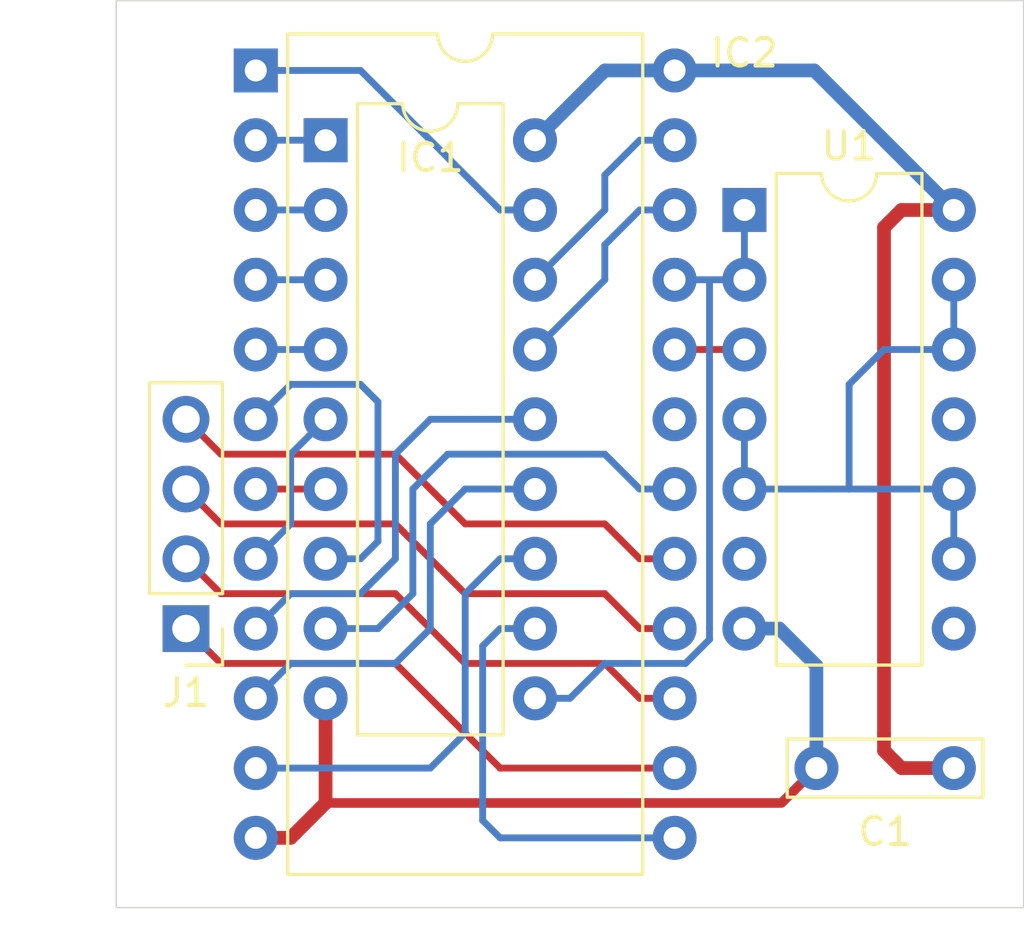
<source format=kicad_pcb>
(kicad_pcb (version 20171130) (host pcbnew "(5.1.4)-1")

  (general
    (thickness 1.6)
    (drawings 4)
    (tracks 113)
    (zones 0)
    (modules 5)
    (nets 29)
  )

  (page A4)
  (layers
    (0 F.Cu signal)
    (31 B.Cu signal)
    (32 B.Adhes user)
    (33 F.Adhes user)
    (34 B.Paste user)
    (35 F.Paste user)
    (36 B.SilkS user)
    (37 F.SilkS user)
    (38 B.Mask user)
    (39 F.Mask user)
    (40 Dwgs.User user)
    (41 Cmts.User user)
    (42 Eco1.User user)
    (43 Eco2.User user)
    (44 Edge.Cuts user)
    (45 Margin user)
    (46 B.CrtYd user)
    (47 F.CrtYd user)
    (48 B.Fab user)
    (49 F.Fab user)
  )

  (setup
    (last_trace_width 0.25)
    (trace_clearance 0.2)
    (zone_clearance 0.508)
    (zone_45_only no)
    (trace_min 0.2)
    (via_size 0.8)
    (via_drill 0.4)
    (via_min_size 0.4)
    (via_min_drill 0.3)
    (uvia_size 0.3)
    (uvia_drill 0.1)
    (uvias_allowed no)
    (uvia_min_size 0.2)
    (uvia_min_drill 0.1)
    (edge_width 0.05)
    (segment_width 0.2)
    (pcb_text_width 0.3)
    (pcb_text_size 1.5 1.5)
    (mod_edge_width 0.12)
    (mod_text_size 1 1)
    (mod_text_width 0.15)
    (pad_size 1.524 1.524)
    (pad_drill 0.762)
    (pad_to_mask_clearance 0.051)
    (solder_mask_min_width 0.25)
    (aux_axis_origin 0 0)
    (visible_elements FFFFFF7F)
    (pcbplotparams
      (layerselection 0x010fc_ffffffff)
      (usegerberextensions false)
      (usegerberattributes false)
      (usegerberadvancedattributes false)
      (creategerberjobfile false)
      (excludeedgelayer true)
      (linewidth 0.100000)
      (plotframeref false)
      (viasonmask false)
      (mode 1)
      (useauxorigin false)
      (hpglpennumber 1)
      (hpglpenspeed 20)
      (hpglpendiameter 15.000000)
      (psnegative false)
      (psa4output false)
      (plotreference true)
      (plotvalue true)
      (plotinvisibletext false)
      (padsonsilk false)
      (subtractmaskfromsilk false)
      (outputformat 1)
      (mirror false)
      (drillshape 1)
      (scaleselection 1)
      (outputdirectory ""))
  )

  (net 0 "")
  (net 1 GND)
  (net 2 VCC)
  (net 3 "Net-(IC1-Pad17)")
  (net 4 "Net-(IC1-Pad8)")
  (net 5 "Net-(IC1-Pad16)")
  (net 6 "Net-(IC1-Pad7)")
  (net 7 "Net-(IC1-Pad15)")
  (net 8 "Net-(IC1-Pad6)")
  (net 9 "Net-(IC1-Pad14)")
  (net 10 "Net-(IC1-Pad5)")
  (net 11 "Net-(IC1-Pad13)")
  (net 12 "Net-(IC1-Pad4)")
  (net 13 "Net-(IC1-Pad12)")
  (net 14 "Net-(IC1-Pad3)")
  (net 15 "Net-(IC1-Pad11)")
  (net 16 "Net-(IC1-Pad2)")
  (net 17 "Net-(IC1-Pad10)")
  (net 18 "Net-(IC1-Pad1)")
  (net 19 "Net-(IC2-Pad20)")
  (net 20 "Net-(IC2-Pad19)")
  (net 21 "Net-(IC2-Pad17)")
  (net 22 "Net-(IC2-Pad16)")
  (net 23 "Net-(IC2-Pad15)")
  (net 24 "Net-(IC2-Pad14)")
  (net 25 "Net-(U1-Pad10)")
  (net 26 "Net-(U1-Pad6)")
  (net 27 "Net-(U1-Pad11)")
  (net 28 "Net-(U1-Pad8)")

  (net_class Default "Ceci est la Netclass par défaut."
    (clearance 0.2)
    (trace_width 0.25)
    (via_dia 0.8)
    (via_drill 0.4)
    (uvia_dia 0.3)
    (uvia_drill 0.1)
    (add_net GND)
    (add_net "Net-(IC1-Pad1)")
    (add_net "Net-(IC1-Pad10)")
    (add_net "Net-(IC1-Pad11)")
    (add_net "Net-(IC1-Pad12)")
    (add_net "Net-(IC1-Pad13)")
    (add_net "Net-(IC1-Pad14)")
    (add_net "Net-(IC1-Pad15)")
    (add_net "Net-(IC1-Pad16)")
    (add_net "Net-(IC1-Pad17)")
    (add_net "Net-(IC1-Pad2)")
    (add_net "Net-(IC1-Pad3)")
    (add_net "Net-(IC1-Pad4)")
    (add_net "Net-(IC1-Pad5)")
    (add_net "Net-(IC1-Pad6)")
    (add_net "Net-(IC1-Pad7)")
    (add_net "Net-(IC1-Pad8)")
    (add_net "Net-(IC2-Pad14)")
    (add_net "Net-(IC2-Pad15)")
    (add_net "Net-(IC2-Pad16)")
    (add_net "Net-(IC2-Pad17)")
    (add_net "Net-(IC2-Pad19)")
    (add_net "Net-(IC2-Pad20)")
    (add_net "Net-(U1-Pad10)")
    (add_net "Net-(U1-Pad11)")
    (add_net "Net-(U1-Pad6)")
    (add_net "Net-(U1-Pad8)")
    (add_net VCC)
  )

  (module Housings_DIP:DIP-24_W15.24mm (layer F.Cu) (tedit 59C78D6C) (tstamp 5F842737)
    (at 99.06 54.61)
    (descr "24-lead though-hole mounted DIP package, row spacing 15.24 mm (600 mils)")
    (tags "THT DIP DIL PDIP 2.54mm 15.24mm 600mil")
    (path /5F96500F)
    (fp_text reference IC2 (at 17.78 -0.635) (layer F.SilkS)
      (effects (font (size 1 1) (thickness 0.15)))
    )
    (fp_text value 6116 (at 7.62 30.27) (layer F.Fab)
      (effects (font (size 1 1) (thickness 0.15)))
    )
    (fp_text user %R (at 7.62 13.97) (layer F.Fab)
      (effects (font (size 1 1) (thickness 0.15)))
    )
    (fp_line (start 16.3 -1.55) (end -1.05 -1.55) (layer F.CrtYd) (width 0.05))
    (fp_line (start 16.3 29.5) (end 16.3 -1.55) (layer F.CrtYd) (width 0.05))
    (fp_line (start -1.05 29.5) (end 16.3 29.5) (layer F.CrtYd) (width 0.05))
    (fp_line (start -1.05 -1.55) (end -1.05 29.5) (layer F.CrtYd) (width 0.05))
    (fp_line (start 14.08 -1.33) (end 8.62 -1.33) (layer F.SilkS) (width 0.12))
    (fp_line (start 14.08 29.27) (end 14.08 -1.33) (layer F.SilkS) (width 0.12))
    (fp_line (start 1.16 29.27) (end 14.08 29.27) (layer F.SilkS) (width 0.12))
    (fp_line (start 1.16 -1.33) (end 1.16 29.27) (layer F.SilkS) (width 0.12))
    (fp_line (start 6.62 -1.33) (end 1.16 -1.33) (layer F.SilkS) (width 0.12))
    (fp_line (start 0.255 -0.27) (end 1.255 -1.27) (layer F.Fab) (width 0.1))
    (fp_line (start 0.255 29.21) (end 0.255 -0.27) (layer F.Fab) (width 0.1))
    (fp_line (start 14.985 29.21) (end 0.255 29.21) (layer F.Fab) (width 0.1))
    (fp_line (start 14.985 -1.27) (end 14.985 29.21) (layer F.Fab) (width 0.1))
    (fp_line (start 1.255 -1.27) (end 14.985 -1.27) (layer F.Fab) (width 0.1))
    (fp_arc (start 7.62 -1.33) (end 6.62 -1.33) (angle -180) (layer F.SilkS) (width 0.12))
    (pad 24 thru_hole oval (at 15.24 0) (size 1.6 1.6) (drill 0.8) (layers *.Cu *.Mask)
      (net 2 VCC))
    (pad 12 thru_hole oval (at 0 27.94) (size 1.6 1.6) (drill 0.8) (layers *.Cu *.Mask)
      (net 1 GND))
    (pad 23 thru_hole oval (at 15.24 2.54) (size 1.6 1.6) (drill 0.8) (layers *.Cu *.Mask)
      (net 5 "Net-(IC1-Pad16)"))
    (pad 11 thru_hole oval (at 0 25.4) (size 1.6 1.6) (drill 0.8) (layers *.Cu *.Mask)
      (net 13 "Net-(IC1-Pad12)"))
    (pad 22 thru_hole oval (at 15.24 5.08) (size 1.6 1.6) (drill 0.8) (layers *.Cu *.Mask)
      (net 7 "Net-(IC1-Pad15)"))
    (pad 10 thru_hole oval (at 0 22.86) (size 1.6 1.6) (drill 0.8) (layers *.Cu *.Mask)
      (net 11 "Net-(IC1-Pad13)"))
    (pad 21 thru_hole oval (at 15.24 7.62) (size 1.6 1.6) (drill 0.8) (layers *.Cu *.Mask)
      (net 17 "Net-(IC1-Pad10)"))
    (pad 9 thru_hole oval (at 0 20.32) (size 1.6 1.6) (drill 0.8) (layers *.Cu *.Mask)
      (net 9 "Net-(IC1-Pad14)"))
    (pad 20 thru_hole oval (at 15.24 10.16) (size 1.6 1.6) (drill 0.8) (layers *.Cu *.Mask)
      (net 19 "Net-(IC2-Pad20)"))
    (pad 8 thru_hole oval (at 0 17.78) (size 1.6 1.6) (drill 0.8) (layers *.Cu *.Mask)
      (net 10 "Net-(IC1-Pad5)"))
    (pad 19 thru_hole oval (at 15.24 12.7) (size 1.6 1.6) (drill 0.8) (layers *.Cu *.Mask)
      (net 20 "Net-(IC2-Pad19)"))
    (pad 7 thru_hole oval (at 0 15.24) (size 1.6 1.6) (drill 0.8) (layers *.Cu *.Mask)
      (net 8 "Net-(IC1-Pad6)"))
    (pad 18 thru_hole oval (at 15.24 15.24) (size 1.6 1.6) (drill 0.8) (layers *.Cu *.Mask)
      (net 4 "Net-(IC1-Pad8)"))
    (pad 6 thru_hole oval (at 0 12.7) (size 1.6 1.6) (drill 0.8) (layers *.Cu *.Mask)
      (net 6 "Net-(IC1-Pad7)"))
    (pad 17 thru_hole oval (at 15.24 17.78) (size 1.6 1.6) (drill 0.8) (layers *.Cu *.Mask)
      (net 21 "Net-(IC2-Pad17)"))
    (pad 5 thru_hole oval (at 0 10.16) (size 1.6 1.6) (drill 0.8) (layers *.Cu *.Mask)
      (net 12 "Net-(IC1-Pad4)"))
    (pad 16 thru_hole oval (at 15.24 20.32) (size 1.6 1.6) (drill 0.8) (layers *.Cu *.Mask)
      (net 22 "Net-(IC2-Pad16)"))
    (pad 4 thru_hole oval (at 0 7.62) (size 1.6 1.6) (drill 0.8) (layers *.Cu *.Mask)
      (net 14 "Net-(IC1-Pad3)"))
    (pad 15 thru_hole oval (at 15.24 22.86) (size 1.6 1.6) (drill 0.8) (layers *.Cu *.Mask)
      (net 23 "Net-(IC2-Pad15)"))
    (pad 3 thru_hole oval (at 0 5.08) (size 1.6 1.6) (drill 0.8) (layers *.Cu *.Mask)
      (net 16 "Net-(IC1-Pad2)"))
    (pad 14 thru_hole oval (at 15.24 25.4) (size 1.6 1.6) (drill 0.8) (layers *.Cu *.Mask)
      (net 24 "Net-(IC2-Pad14)"))
    (pad 2 thru_hole oval (at 0 2.54) (size 1.6 1.6) (drill 0.8) (layers *.Cu *.Mask)
      (net 18 "Net-(IC1-Pad1)"))
    (pad 13 thru_hole oval (at 15.24 27.94) (size 1.6 1.6) (drill 0.8) (layers *.Cu *.Mask)
      (net 15 "Net-(IC1-Pad11)"))
    (pad 1 thru_hole rect (at 0 0) (size 1.6 1.6) (drill 0.8) (layers *.Cu *.Mask)
      (net 3 "Net-(IC1-Pad17)"))
    (model ${KISYS3DMOD}/Housings_DIP.3dshapes/DIP-24_W15.24mm.wrl
      (at (xyz 0 0 0))
      (scale (xyz 1 1 1))
      (rotate (xyz 0 0 0))
    )
  )

  (module Capacitors_THT:C_Rect_L7.0mm_W2.0mm_P5.00mm (layer F.Cu) (tedit 597BC7C2) (tstamp 5F8423E5)
    (at 124.46 80.01 180)
    (descr "C, Rect series, Radial, pin pitch=5.00mm, , length*width=7*2mm^2, Capacitor")
    (tags "C Rect series Radial pin pitch 5.00mm  length 7mm width 2mm Capacitor")
    (path /5F98A069)
    (fp_text reference C1 (at 2.5 -2.31) (layer F.SilkS)
      (effects (font (size 1 1) (thickness 0.15)))
    )
    (fp_text value 100nf (at 2.5 2.31) (layer F.Fab)
      (effects (font (size 1 1) (thickness 0.15)))
    )
    (fp_text user %R (at 2.5 0) (layer F.Fab)
      (effects (font (size 1 1) (thickness 0.15)))
    )
    (fp_line (start 6.35 -1.35) (end -1.35 -1.35) (layer F.CrtYd) (width 0.05))
    (fp_line (start 6.35 1.35) (end 6.35 -1.35) (layer F.CrtYd) (width 0.05))
    (fp_line (start -1.35 1.35) (end 6.35 1.35) (layer F.CrtYd) (width 0.05))
    (fp_line (start -1.35 -1.35) (end -1.35 1.35) (layer F.CrtYd) (width 0.05))
    (fp_line (start 6.06 -1.06) (end 6.06 1.06) (layer F.SilkS) (width 0.12))
    (fp_line (start -1.06 -1.06) (end -1.06 1.06) (layer F.SilkS) (width 0.12))
    (fp_line (start -1.06 1.06) (end 6.06 1.06) (layer F.SilkS) (width 0.12))
    (fp_line (start -1.06 -1.06) (end 6.06 -1.06) (layer F.SilkS) (width 0.12))
    (fp_line (start 6 -1) (end -1 -1) (layer F.Fab) (width 0.1))
    (fp_line (start 6 1) (end 6 -1) (layer F.Fab) (width 0.1))
    (fp_line (start -1 1) (end 6 1) (layer F.Fab) (width 0.1))
    (fp_line (start -1 -1) (end -1 1) (layer F.Fab) (width 0.1))
    (pad 2 thru_hole circle (at 5 0 180) (size 1.6 1.6) (drill 0.8) (layers *.Cu *.Mask)
      (net 1 GND))
    (pad 1 thru_hole circle (at 0 0 180) (size 1.6 1.6) (drill 0.8) (layers *.Cu *.Mask)
      (net 2 VCC))
    (model ${KISYS3DMOD}/Capacitors_THT.3dshapes/C_Rect_L7.0mm_W2.0mm_P5.00mm.wrl
      (at (xyz 0 0 0))
      (scale (xyz 1 1 1))
      (rotate (xyz 0 0 0))
    )
  )

  (module Pin_Headers:Pin_Header_Straight_1x04_Pitch2.54mm (layer F.Cu) (tedit 59650532) (tstamp 5F84244F)
    (at 96.52 74.93 180)
    (descr "Through hole straight pin header, 1x04, 2.54mm pitch, single row")
    (tags "Through hole pin header THT 1x04 2.54mm single row")
    (path /5F975DE1)
    (fp_text reference J1 (at 0 -2.33) (layer F.SilkS)
      (effects (font (size 1 1) (thickness 0.15)))
    )
    (fp_text value Conn_01x04_Male (at 0 9.95) (layer F.Fab)
      (effects (font (size 1 1) (thickness 0.15)))
    )
    (fp_text user %R (at 0 3.81 90) (layer F.Fab)
      (effects (font (size 1 1) (thickness 0.15)))
    )
    (fp_line (start 1.8 -1.8) (end -1.8 -1.8) (layer F.CrtYd) (width 0.05))
    (fp_line (start 1.8 9.4) (end 1.8 -1.8) (layer F.CrtYd) (width 0.05))
    (fp_line (start -1.8 9.4) (end 1.8 9.4) (layer F.CrtYd) (width 0.05))
    (fp_line (start -1.8 -1.8) (end -1.8 9.4) (layer F.CrtYd) (width 0.05))
    (fp_line (start -1.33 -1.33) (end 0 -1.33) (layer F.SilkS) (width 0.12))
    (fp_line (start -1.33 0) (end -1.33 -1.33) (layer F.SilkS) (width 0.12))
    (fp_line (start -1.33 1.27) (end 1.33 1.27) (layer F.SilkS) (width 0.12))
    (fp_line (start 1.33 1.27) (end 1.33 8.95) (layer F.SilkS) (width 0.12))
    (fp_line (start -1.33 1.27) (end -1.33 8.95) (layer F.SilkS) (width 0.12))
    (fp_line (start -1.33 8.95) (end 1.33 8.95) (layer F.SilkS) (width 0.12))
    (fp_line (start -1.27 -0.635) (end -0.635 -1.27) (layer F.Fab) (width 0.1))
    (fp_line (start -1.27 8.89) (end -1.27 -0.635) (layer F.Fab) (width 0.1))
    (fp_line (start 1.27 8.89) (end -1.27 8.89) (layer F.Fab) (width 0.1))
    (fp_line (start 1.27 -1.27) (end 1.27 8.89) (layer F.Fab) (width 0.1))
    (fp_line (start -0.635 -1.27) (end 1.27 -1.27) (layer F.Fab) (width 0.1))
    (pad 4 thru_hole oval (at 0 7.62 180) (size 1.7 1.7) (drill 1) (layers *.Cu *.Mask)
      (net 21 "Net-(IC2-Pad17)"))
    (pad 3 thru_hole oval (at 0 5.08 180) (size 1.7 1.7) (drill 1) (layers *.Cu *.Mask)
      (net 22 "Net-(IC2-Pad16)"))
    (pad 2 thru_hole oval (at 0 2.54 180) (size 1.7 1.7) (drill 1) (layers *.Cu *.Mask)
      (net 23 "Net-(IC2-Pad15)"))
    (pad 1 thru_hole rect (at 0 0 180) (size 1.7 1.7) (drill 1) (layers *.Cu *.Mask)
      (net 24 "Net-(IC2-Pad14)"))
    (model ${KISYS3DMOD}/Pin_Headers.3dshapes/Pin_Header_Straight_1x04_Pitch2.54mm.wrl
      (at (xyz 0 0 0))
      (scale (xyz 1 1 1))
      (rotate (xyz 0 0 0))
    )
  )

  (module Housings_DIP:DIP-18_W7.62mm (layer F.Cu) (tedit 59C78D6B) (tstamp 5F842712)
    (at 101.6 57.15)
    (descr "18-lead though-hole mounted DIP package, row spacing 7.62 mm (300 mils)")
    (tags "THT DIP DIL PDIP 2.54mm 7.62mm 300mil")
    (path /5F961FCD)
    (fp_text reference IC1 (at 3.81 0.635) (layer F.SilkS)
      (effects (font (size 1 1) (thickness 0.15)))
    )
    (fp_text value 2114 (at 3.81 22.65) (layer F.Fab)
      (effects (font (size 1 1) (thickness 0.15)))
    )
    (fp_text user %R (at 3.81 10.16) (layer F.Fab)
      (effects (font (size 1 1) (thickness 0.15)))
    )
    (fp_line (start 8.7 -1.55) (end -1.1 -1.55) (layer F.CrtYd) (width 0.05))
    (fp_line (start 8.7 21.85) (end 8.7 -1.55) (layer F.CrtYd) (width 0.05))
    (fp_line (start -1.1 21.85) (end 8.7 21.85) (layer F.CrtYd) (width 0.05))
    (fp_line (start -1.1 -1.55) (end -1.1 21.85) (layer F.CrtYd) (width 0.05))
    (fp_line (start 6.46 -1.33) (end 4.81 -1.33) (layer F.SilkS) (width 0.12))
    (fp_line (start 6.46 21.65) (end 6.46 -1.33) (layer F.SilkS) (width 0.12))
    (fp_line (start 1.16 21.65) (end 6.46 21.65) (layer F.SilkS) (width 0.12))
    (fp_line (start 1.16 -1.33) (end 1.16 21.65) (layer F.SilkS) (width 0.12))
    (fp_line (start 2.81 -1.33) (end 1.16 -1.33) (layer F.SilkS) (width 0.12))
    (fp_line (start 0.635 -0.27) (end 1.635 -1.27) (layer F.Fab) (width 0.1))
    (fp_line (start 0.635 21.59) (end 0.635 -0.27) (layer F.Fab) (width 0.1))
    (fp_line (start 6.985 21.59) (end 0.635 21.59) (layer F.Fab) (width 0.1))
    (fp_line (start 6.985 -1.27) (end 6.985 21.59) (layer F.Fab) (width 0.1))
    (fp_line (start 1.635 -1.27) (end 6.985 -1.27) (layer F.Fab) (width 0.1))
    (fp_arc (start 3.81 -1.33) (end 2.81 -1.33) (angle -180) (layer F.SilkS) (width 0.12))
    (pad 18 thru_hole oval (at 7.62 0) (size 1.6 1.6) (drill 0.8) (layers *.Cu *.Mask)
      (net 2 VCC))
    (pad 9 thru_hole oval (at 0 20.32) (size 1.6 1.6) (drill 0.8) (layers *.Cu *.Mask)
      (net 1 GND))
    (pad 17 thru_hole oval (at 7.62 2.54) (size 1.6 1.6) (drill 0.8) (layers *.Cu *.Mask)
      (net 3 "Net-(IC1-Pad17)"))
    (pad 8 thru_hole oval (at 0 17.78) (size 1.6 1.6) (drill 0.8) (layers *.Cu *.Mask)
      (net 4 "Net-(IC1-Pad8)"))
    (pad 16 thru_hole oval (at 7.62 5.08) (size 1.6 1.6) (drill 0.8) (layers *.Cu *.Mask)
      (net 5 "Net-(IC1-Pad16)"))
    (pad 7 thru_hole oval (at 0 15.24) (size 1.6 1.6) (drill 0.8) (layers *.Cu *.Mask)
      (net 6 "Net-(IC1-Pad7)"))
    (pad 15 thru_hole oval (at 7.62 7.62) (size 1.6 1.6) (drill 0.8) (layers *.Cu *.Mask)
      (net 7 "Net-(IC1-Pad15)"))
    (pad 6 thru_hole oval (at 0 12.7) (size 1.6 1.6) (drill 0.8) (layers *.Cu *.Mask)
      (net 8 "Net-(IC1-Pad6)"))
    (pad 14 thru_hole oval (at 7.62 10.16) (size 1.6 1.6) (drill 0.8) (layers *.Cu *.Mask)
      (net 9 "Net-(IC1-Pad14)"))
    (pad 5 thru_hole oval (at 0 10.16) (size 1.6 1.6) (drill 0.8) (layers *.Cu *.Mask)
      (net 10 "Net-(IC1-Pad5)"))
    (pad 13 thru_hole oval (at 7.62 12.7) (size 1.6 1.6) (drill 0.8) (layers *.Cu *.Mask)
      (net 11 "Net-(IC1-Pad13)"))
    (pad 4 thru_hole oval (at 0 7.62) (size 1.6 1.6) (drill 0.8) (layers *.Cu *.Mask)
      (net 12 "Net-(IC1-Pad4)"))
    (pad 12 thru_hole oval (at 7.62 15.24) (size 1.6 1.6) (drill 0.8) (layers *.Cu *.Mask)
      (net 13 "Net-(IC1-Pad12)"))
    (pad 3 thru_hole oval (at 0 5.08) (size 1.6 1.6) (drill 0.8) (layers *.Cu *.Mask)
      (net 14 "Net-(IC1-Pad3)"))
    (pad 11 thru_hole oval (at 7.62 17.78) (size 1.6 1.6) (drill 0.8) (layers *.Cu *.Mask)
      (net 15 "Net-(IC1-Pad11)"))
    (pad 2 thru_hole oval (at 0 2.54) (size 1.6 1.6) (drill 0.8) (layers *.Cu *.Mask)
      (net 16 "Net-(IC1-Pad2)"))
    (pad 10 thru_hole oval (at 7.62 20.32) (size 1.6 1.6) (drill 0.8) (layers *.Cu *.Mask)
      (net 17 "Net-(IC1-Pad10)"))
    (pad 1 thru_hole rect (at 0 0) (size 1.6 1.6) (drill 0.8) (layers *.Cu *.Mask)
      (net 18 "Net-(IC1-Pad1)"))
    (model ${KISYS3DMOD}/Housings_DIP.3dshapes/DIP-18_W7.62mm.wrl
      (at (xyz 0 0 0))
      (scale (xyz 1 1 1))
      (rotate (xyz 0 0 0))
    )
  )

  (module Housings_DIP:DIP-14_W7.62mm (layer F.Cu) (tedit 59C78D6B) (tstamp 5F842762)
    (at 116.84 59.69)
    (descr "14-lead though-hole mounted DIP package, row spacing 7.62 mm (300 mils)")
    (tags "THT DIP DIL PDIP 2.54mm 7.62mm 300mil")
    (path /5F96FFEA)
    (fp_text reference U1 (at 3.81 -2.33) (layer F.SilkS)
      (effects (font (size 1 1) (thickness 0.15)))
    )
    (fp_text value 74LS00 (at 3.81 17.57) (layer F.Fab)
      (effects (font (size 1 1) (thickness 0.15)))
    )
    (fp_text user %R (at 3.81 7.62) (layer F.Fab)
      (effects (font (size 1 1) (thickness 0.15)))
    )
    (fp_line (start 8.7 -1.55) (end -1.1 -1.55) (layer F.CrtYd) (width 0.05))
    (fp_line (start 8.7 16.8) (end 8.7 -1.55) (layer F.CrtYd) (width 0.05))
    (fp_line (start -1.1 16.8) (end 8.7 16.8) (layer F.CrtYd) (width 0.05))
    (fp_line (start -1.1 -1.55) (end -1.1 16.8) (layer F.CrtYd) (width 0.05))
    (fp_line (start 6.46 -1.33) (end 4.81 -1.33) (layer F.SilkS) (width 0.12))
    (fp_line (start 6.46 16.57) (end 6.46 -1.33) (layer F.SilkS) (width 0.12))
    (fp_line (start 1.16 16.57) (end 6.46 16.57) (layer F.SilkS) (width 0.12))
    (fp_line (start 1.16 -1.33) (end 1.16 16.57) (layer F.SilkS) (width 0.12))
    (fp_line (start 2.81 -1.33) (end 1.16 -1.33) (layer F.SilkS) (width 0.12))
    (fp_line (start 0.635 -0.27) (end 1.635 -1.27) (layer F.Fab) (width 0.1))
    (fp_line (start 0.635 16.51) (end 0.635 -0.27) (layer F.Fab) (width 0.1))
    (fp_line (start 6.985 16.51) (end 0.635 16.51) (layer F.Fab) (width 0.1))
    (fp_line (start 6.985 -1.27) (end 6.985 16.51) (layer F.Fab) (width 0.1))
    (fp_line (start 1.635 -1.27) (end 6.985 -1.27) (layer F.Fab) (width 0.1))
    (fp_arc (start 3.81 -1.33) (end 2.81 -1.33) (angle -180) (layer F.SilkS) (width 0.12))
    (pad 14 thru_hole oval (at 7.62 0) (size 1.6 1.6) (drill 0.8) (layers *.Cu *.Mask)
      (net 2 VCC))
    (pad 7 thru_hole oval (at 0 15.24) (size 1.6 1.6) (drill 0.8) (layers *.Cu *.Mask)
      (net 1 GND))
    (pad 13 thru_hole oval (at 7.62 2.54) (size 1.6 1.6) (drill 0.8) (layers *.Cu *.Mask)
      (net 25 "Net-(U1-Pad10)"))
    (pad 6 thru_hole oval (at 0 12.7) (size 1.6 1.6) (drill 0.8) (layers *.Cu *.Mask)
      (net 26 "Net-(U1-Pad6)"))
    (pad 12 thru_hole oval (at 7.62 5.08) (size 1.6 1.6) (drill 0.8) (layers *.Cu *.Mask)
      (net 25 "Net-(U1-Pad10)"))
    (pad 5 thru_hole oval (at 0 10.16) (size 1.6 1.6) (drill 0.8) (layers *.Cu *.Mask)
      (net 25 "Net-(U1-Pad10)"))
    (pad 11 thru_hole oval (at 7.62 7.62) (size 1.6 1.6) (drill 0.8) (layers *.Cu *.Mask)
      (net 27 "Net-(U1-Pad11)"))
    (pad 4 thru_hole oval (at 0 7.62) (size 1.6 1.6) (drill 0.8) (layers *.Cu *.Mask)
      (net 25 "Net-(U1-Pad10)"))
    (pad 10 thru_hole oval (at 7.62 10.16) (size 1.6 1.6) (drill 0.8) (layers *.Cu *.Mask)
      (net 25 "Net-(U1-Pad10)"))
    (pad 3 thru_hole oval (at 0 5.08) (size 1.6 1.6) (drill 0.8) (layers *.Cu *.Mask)
      (net 19 "Net-(IC2-Pad20)"))
    (pad 9 thru_hole oval (at 7.62 12.7) (size 1.6 1.6) (drill 0.8) (layers *.Cu *.Mask)
      (net 25 "Net-(U1-Pad10)"))
    (pad 2 thru_hole oval (at 0 2.54) (size 1.6 1.6) (drill 0.8) (layers *.Cu *.Mask)
      (net 17 "Net-(IC1-Pad10)"))
    (pad 8 thru_hole oval (at 7.62 15.24) (size 1.6 1.6) (drill 0.8) (layers *.Cu *.Mask)
      (net 28 "Net-(U1-Pad8)"))
    (pad 1 thru_hole rect (at 0 0) (size 1.6 1.6) (drill 0.8) (layers *.Cu *.Mask)
      (net 17 "Net-(IC1-Pad10)"))
    (model ${KISYS3DMOD}/Housings_DIP.3dshapes/DIP-14_W7.62mm.wrl
      (at (xyz 0 0 0))
      (scale (xyz 1 1 1))
      (rotate (xyz 0 0 0))
    )
  )

  (gr_line (start 127 52.07) (end 127 85.09) (layer Edge.Cuts) (width 0.05) (tstamp 5F842B78))
  (gr_line (start 93.98 52.07) (end 127 52.07) (layer Edge.Cuts) (width 0.05))
  (gr_line (start 93.98 85.09) (end 93.98 52.07) (layer Edge.Cuts) (width 0.05))
  (gr_line (start 127 85.09) (end 93.98 85.09) (layer Edge.Cuts) (width 0.05))

  (segment (start 119.46 76.28) (end 119.46 80.01) (width 0.5) (layer B.Cu) (net 1))
  (segment (start 116.84 74.93) (end 118.11 74.93) (width 0.5) (layer B.Cu) (net 1))
  (segment (start 118.11 74.93) (end 119.46 76.28) (width 0.5) (layer B.Cu) (net 1))
  (segment (start 101.6 81.28) (end 101.6 77.47) (width 0.5) (layer F.Cu) (net 1))
  (segment (start 99.06 82.55) (end 100.33 82.55) (width 0.5) (layer F.Cu) (net 1))
  (segment (start 100.33 82.55) (end 101.6 81.28) (width 0.5) (layer F.Cu) (net 1))
  (segment (start 118.19 81.28) (end 119.46 80.01) (width 0.35) (layer F.Cu) (net 1))
  (segment (start 118.11 81.28) (end 118.19 81.28) (width 0.25) (layer F.Cu) (net 1))
  (segment (start 118.11 81.28) (end 101.6 81.28) (width 0.35) (layer F.Cu) (net 1))
  (segment (start 114.3 54.61) (end 111.76 54.61) (width 0.5) (layer B.Cu) (net 2))
  (segment (start 111.76 54.61) (end 109.22 57.15) (width 0.5) (layer B.Cu) (net 2))
  (segment (start 119.38 54.61) (end 124.46 59.69) (width 0.5) (layer B.Cu) (net 2))
  (segment (start 114.3 54.61) (end 119.38 54.61) (width 0.5) (layer B.Cu) (net 2))
  (segment (start 121.92 60.325) (end 121.92 78.74) (width 0.5) (layer F.Cu) (net 2))
  (segment (start 124.46 59.69) (end 122.555 59.69) (width 0.5) (layer F.Cu) (net 2))
  (segment (start 122.555 59.69) (end 121.92 60.325) (width 0.5) (layer F.Cu) (net 2))
  (segment (start 121.92 78.74) (end 121.92 79.375) (width 0.5) (layer F.Cu) (net 2))
  (segment (start 122.555 80.01) (end 124.46 80.01) (width 0.5) (layer F.Cu) (net 2))
  (segment (start 121.92 79.375) (end 122.555 80.01) (width 0.5) (layer F.Cu) (net 2))
  (segment (start 99.06 54.61) (end 102.87 54.61) (width 0.25) (layer B.Cu) (net 3))
  (segment (start 102.87 54.61) (end 107.95 59.69) (width 0.25) (layer B.Cu) (net 3))
  (segment (start 107.95 59.69) (end 109.22 59.69) (width 0.25) (layer B.Cu) (net 3))
  (segment (start 101.6 74.93) (end 103.505 74.93) (width 0.25) (layer B.Cu) (net 4))
  (segment (start 103.505 74.93) (end 104.775 73.66) (width 0.25) (layer B.Cu) (net 4))
  (segment (start 104.775 73.66) (end 104.775 69.85) (width 0.25) (layer B.Cu) (net 4))
  (segment (start 104.775 69.85) (end 106.045 68.58) (width 0.25) (layer B.Cu) (net 4))
  (segment (start 106.045 68.58) (end 111.76 68.58) (width 0.25) (layer B.Cu) (net 4))
  (segment (start 111.76 68.58) (end 113.03 69.85) (width 0.25) (layer B.Cu) (net 4))
  (segment (start 113.03 69.85) (end 114.3 69.85) (width 0.25) (layer B.Cu) (net 4))
  (segment (start 114.3 57.15) (end 113.03 57.15) (width 0.25) (layer B.Cu) (net 5))
  (segment (start 111.76 59.69) (end 111.76 58.42) (width 0.25) (layer B.Cu) (net 5))
  (segment (start 111.76 59.69) (end 109.22 62.23) (width 0.25) (layer B.Cu) (net 5))
  (segment (start 111.76 58.42) (end 113.03 57.15) (width 0.25) (layer B.Cu) (net 5))
  (segment (start 100.33 66.04) (end 99.06 67.31) (width 0.25) (layer B.Cu) (net 6))
  (segment (start 102.87 66.04) (end 100.33 66.04) (width 0.25) (layer B.Cu) (net 6))
  (segment (start 103.505 66.675) (end 102.87 66.04) (width 0.25) (layer B.Cu) (net 6))
  (segment (start 103.505 71.755) (end 103.505 66.675) (width 0.25) (layer B.Cu) (net 6))
  (segment (start 101.6 72.39) (end 102.87 72.39) (width 0.25) (layer B.Cu) (net 6))
  (segment (start 102.87 72.39) (end 103.505 71.755) (width 0.25) (layer B.Cu) (net 6))
  (segment (start 114.3 59.69) (end 113.03 59.69) (width 0.25) (layer B.Cu) (net 7))
  (segment (start 113.03 59.69) (end 111.76 60.96) (width 0.25) (layer B.Cu) (net 7))
  (segment (start 111.76 60.96) (end 111.76 62.23) (width 0.25) (layer B.Cu) (net 7))
  (segment (start 111.76 62.23) (end 109.22 64.77) (width 0.25) (layer B.Cu) (net 7))
  (segment (start 101.6 69.85) (end 99.06 69.85) (width 0.25) (layer F.Cu) (net 8))
  (segment (start 105.41 67.31) (end 109.22 67.31) (width 0.25) (layer B.Cu) (net 9))
  (segment (start 104.14 68.58) (end 105.41 67.31) (width 0.25) (layer B.Cu) (net 9))
  (segment (start 104.14 72.39) (end 104.14 68.58) (width 0.25) (layer B.Cu) (net 9))
  (segment (start 102.87 73.66) (end 104.14 72.39) (width 0.25) (layer B.Cu) (net 9))
  (segment (start 99.06 74.93) (end 100.33 73.66) (width 0.25) (layer B.Cu) (net 9))
  (segment (start 100.33 73.66) (end 102.87 73.66) (width 0.25) (layer B.Cu) (net 9))
  (segment (start 101.6 67.31) (end 100.33 68.58) (width 0.25) (layer B.Cu) (net 10))
  (segment (start 100.33 68.58) (end 100.33 71.12) (width 0.25) (layer B.Cu) (net 10))
  (segment (start 100.33 71.12) (end 99.06 72.39) (width 0.25) (layer B.Cu) (net 10))
  (segment (start 106.68 69.85) (end 109.22 69.85) (width 0.25) (layer B.Cu) (net 11))
  (segment (start 105.41 71.12) (end 106.68 69.85) (width 0.25) (layer B.Cu) (net 11))
  (segment (start 105.41 74.93) (end 105.41 71.12) (width 0.25) (layer B.Cu) (net 11))
  (segment (start 104.14 76.2) (end 105.41 74.93) (width 0.25) (layer B.Cu) (net 11))
  (segment (start 99.06 77.47) (end 100.33 76.2) (width 0.25) (layer B.Cu) (net 11))
  (segment (start 100.33 76.2) (end 104.14 76.2) (width 0.25) (layer B.Cu) (net 11))
  (segment (start 101.6 64.77) (end 99.06 64.77) (width 0.25) (layer B.Cu) (net 12))
  (segment (start 107.95 72.39) (end 109.22 72.39) (width 0.25) (layer B.Cu) (net 13))
  (segment (start 106.68 73.66) (end 107.95 72.39) (width 0.25) (layer B.Cu) (net 13))
  (segment (start 106.68 78.74) (end 106.68 73.66) (width 0.25) (layer B.Cu) (net 13))
  (segment (start 99.06 80.01) (end 105.41 80.01) (width 0.25) (layer B.Cu) (net 13))
  (segment (start 105.41 80.01) (end 106.68 78.74) (width 0.25) (layer B.Cu) (net 13))
  (segment (start 101.6 62.23) (end 99.06 62.23) (width 0.25) (layer B.Cu) (net 14))
  (segment (start 107.95 82.55) (end 114.3 82.55) (width 0.25) (layer B.Cu) (net 15))
  (segment (start 107.315 81.915) (end 107.95 82.55) (width 0.25) (layer B.Cu) (net 15))
  (segment (start 107.315 75.565) (end 107.315 81.915) (width 0.25) (layer B.Cu) (net 15))
  (segment (start 109.22 74.93) (end 107.95 74.93) (width 0.25) (layer B.Cu) (net 15))
  (segment (start 107.95 74.93) (end 107.315 75.565) (width 0.25) (layer B.Cu) (net 15))
  (segment (start 101.6 59.69) (end 99.06 59.69) (width 0.25) (layer B.Cu) (net 16))
  (segment (start 116.84 59.69) (end 116.84 62.23) (width 0.25) (layer B.Cu) (net 17))
  (segment (start 109.22 77.47) (end 110.49 77.47) (width 0.25) (layer B.Cu) (net 17))
  (segment (start 115.57 62.23) (end 115.57 74.93) (width 0.25) (layer B.Cu) (net 17))
  (segment (start 115.57 62.23) (end 114.3 62.23) (width 0.25) (layer B.Cu) (net 17))
  (segment (start 116.84 62.23) (end 115.57 62.23) (width 0.25) (layer B.Cu) (net 17))
  (segment (start 115.57 75.325002) (end 114.695002 76.2) (width 0.25) (layer B.Cu) (net 17))
  (segment (start 115.57 74.93) (end 115.57 75.325002) (width 0.25) (layer B.Cu) (net 17))
  (segment (start 114.695002 76.2) (end 111.76 76.2) (width 0.25) (layer B.Cu) (net 17))
  (segment (start 111.76 76.2) (end 110.49 77.47) (width 0.25) (layer B.Cu) (net 17))
  (segment (start 101.6 57.15) (end 99.06 57.15) (width 0.25) (layer B.Cu) (net 18))
  (segment (start 114.3 64.77) (end 116.84 64.77) (width 0.25) (layer F.Cu) (net 19))
  (segment (start 96.52 67.31) (end 97.79 68.58) (width 0.25) (layer F.Cu) (net 21))
  (segment (start 97.79 68.58) (end 104.14 68.58) (width 0.25) (layer F.Cu) (net 21))
  (segment (start 104.14 68.58) (end 106.68 71.12) (width 0.25) (layer F.Cu) (net 21))
  (segment (start 106.68 71.12) (end 111.76 71.12) (width 0.25) (layer F.Cu) (net 21))
  (segment (start 111.76 71.12) (end 113.03 72.39) (width 0.25) (layer F.Cu) (net 21))
  (segment (start 113.03 72.39) (end 114.3 72.39) (width 0.25) (layer F.Cu) (net 21))
  (segment (start 96.52 69.85) (end 97.79 71.12) (width 0.25) (layer F.Cu) (net 22))
  (segment (start 97.79 71.12) (end 104.14 71.12) (width 0.25) (layer F.Cu) (net 22))
  (segment (start 104.14 71.12) (end 106.68 73.66) (width 0.25) (layer F.Cu) (net 22))
  (segment (start 106.68 73.66) (end 111.76 73.66) (width 0.25) (layer F.Cu) (net 22))
  (segment (start 111.76 73.66) (end 113.03 74.93) (width 0.25) (layer F.Cu) (net 22))
  (segment (start 113.03 74.93) (end 114.3 74.93) (width 0.25) (layer F.Cu) (net 22))
  (segment (start 96.52 72.39) (end 97.79 73.66) (width 0.25) (layer F.Cu) (net 23))
  (segment (start 97.79 73.66) (end 104.14 73.66) (width 0.25) (layer F.Cu) (net 23))
  (segment (start 104.14 73.66) (end 106.68 76.2) (width 0.25) (layer F.Cu) (net 23))
  (segment (start 106.68 76.2) (end 111.76 76.2) (width 0.25) (layer F.Cu) (net 23))
  (segment (start 111.76 76.2) (end 113.03 77.47) (width 0.25) (layer F.Cu) (net 23))
  (segment (start 113.03 77.47) (end 114.3 77.47) (width 0.25) (layer F.Cu) (net 23))
  (segment (start 96.52 74.93) (end 97.79 76.2) (width 0.25) (layer F.Cu) (net 24))
  (segment (start 97.79 76.2) (end 104.14 76.2) (width 0.25) (layer F.Cu) (net 24))
  (segment (start 104.14 76.2) (end 107.95 80.01) (width 0.25) (layer F.Cu) (net 24))
  (segment (start 107.95 80.01) (end 114.3 80.01) (width 0.25) (layer F.Cu) (net 24))
  (segment (start 124.46 62.23) (end 124.46 64.77) (width 0.25) (layer B.Cu) (net 25))
  (segment (start 116.84 67.31) (end 116.84 69.85) (width 0.25) (layer B.Cu) (net 25))
  (segment (start 124.46 64.77) (end 121.92 64.77) (width 0.25) (layer B.Cu) (net 25))
  (segment (start 121.92 64.77) (end 120.65 66.04) (width 0.25) (layer B.Cu) (net 25))
  (segment (start 120.65 66.04) (end 120.65 69.85) (width 0.25) (layer B.Cu) (net 25))
  (segment (start 116.84 69.85) (end 120.65 69.85) (width 0.25) (layer B.Cu) (net 25))
  (segment (start 120.65 69.85) (end 124.46 69.85) (width 0.25) (layer B.Cu) (net 25))
  (segment (start 124.46 69.85) (end 124.46 72.39) (width 0.25) (layer B.Cu) (net 25))

)

</source>
